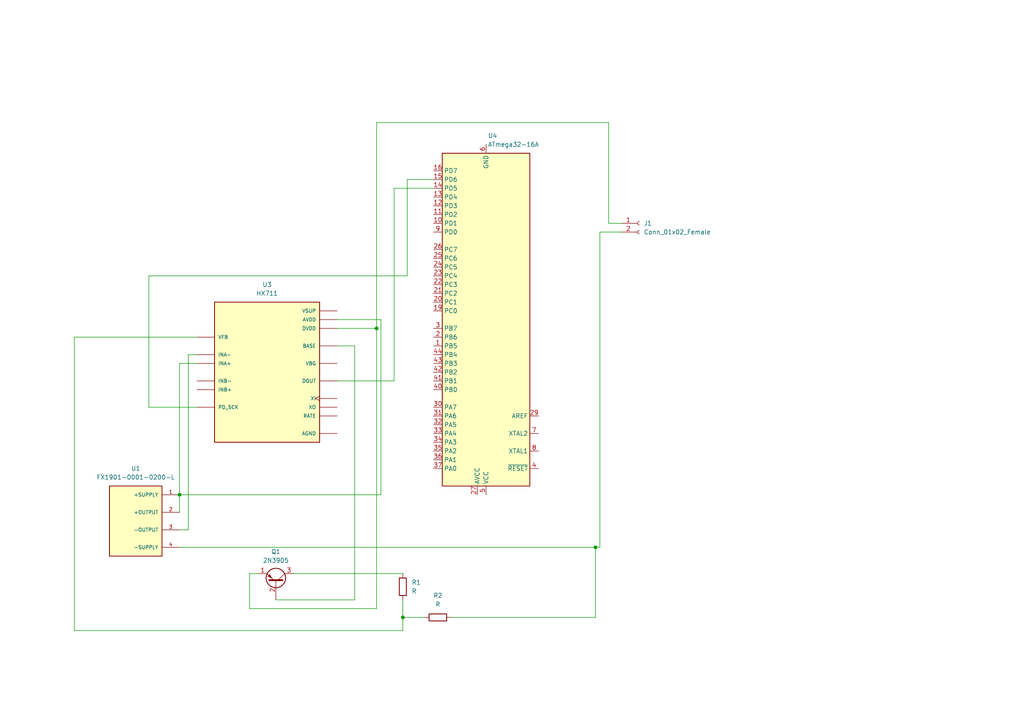
<source format=kicad_sch>
(kicad_sch (version 20211123) (generator eeschema)

  (uuid 43d4ba31-fafe-44eb-85bf-72d581320911)

  (paper "A4")

  (lib_symbols
    (symbol "Connector:Conn_01x02_Female" (pin_names (offset 1.016) hide) (in_bom yes) (on_board yes)
      (property "Reference" "J" (id 0) (at 0 2.54 0)
        (effects (font (size 1.27 1.27)))
      )
      (property "Value" "Conn_01x02_Female" (id 1) (at 0 -5.08 0)
        (effects (font (size 1.27 1.27)))
      )
      (property "Footprint" "" (id 2) (at 0 0 0)
        (effects (font (size 1.27 1.27)) hide)
      )
      (property "Datasheet" "~" (id 3) (at 0 0 0)
        (effects (font (size 1.27 1.27)) hide)
      )
      (property "ki_keywords" "connector" (id 4) (at 0 0 0)
        (effects (font (size 1.27 1.27)) hide)
      )
      (property "ki_description" "Generic connector, single row, 01x02, script generated (kicad-library-utils/schlib/autogen/connector/)" (id 5) (at 0 0 0)
        (effects (font (size 1.27 1.27)) hide)
      )
      (property "ki_fp_filters" "Connector*:*_1x??_*" (id 6) (at 0 0 0)
        (effects (font (size 1.27 1.27)) hide)
      )
      (symbol "Conn_01x02_Female_1_1"
        (arc (start 0 -2.032) (mid -0.508 -2.54) (end 0 -3.048)
          (stroke (width 0.1524) (type default) (color 0 0 0 0))
          (fill (type none))
        )
        (polyline
          (pts
            (xy -1.27 -2.54)
            (xy -0.508 -2.54)
          )
          (stroke (width 0.1524) (type default) (color 0 0 0 0))
          (fill (type none))
        )
        (polyline
          (pts
            (xy -1.27 0)
            (xy -0.508 0)
          )
          (stroke (width 0.1524) (type default) (color 0 0 0 0))
          (fill (type none))
        )
        (arc (start 0 0.508) (mid -0.508 0) (end 0 -0.508)
          (stroke (width 0.1524) (type default) (color 0 0 0 0))
          (fill (type none))
        )
        (pin passive line (at -5.08 0 0) (length 3.81)
          (name "Pin_1" (effects (font (size 1.27 1.27))))
          (number "1" (effects (font (size 1.27 1.27))))
        )
        (pin passive line (at -5.08 -2.54 0) (length 3.81)
          (name "Pin_2" (effects (font (size 1.27 1.27))))
          (number "2" (effects (font (size 1.27 1.27))))
        )
      )
    )
    (symbol "Device:R" (pin_numbers hide) (pin_names (offset 0)) (in_bom yes) (on_board yes)
      (property "Reference" "R" (id 0) (at 2.032 0 90)
        (effects (font (size 1.27 1.27)))
      )
      (property "Value" "R" (id 1) (at 0 0 90)
        (effects (font (size 1.27 1.27)))
      )
      (property "Footprint" "" (id 2) (at -1.778 0 90)
        (effects (font (size 1.27 1.27)) hide)
      )
      (property "Datasheet" "~" (id 3) (at 0 0 0)
        (effects (font (size 1.27 1.27)) hide)
      )
      (property "ki_keywords" "R res resistor" (id 4) (at 0 0 0)
        (effects (font (size 1.27 1.27)) hide)
      )
      (property "ki_description" "Resistor" (id 5) (at 0 0 0)
        (effects (font (size 1.27 1.27)) hide)
      )
      (property "ki_fp_filters" "R_*" (id 6) (at 0 0 0)
        (effects (font (size 1.27 1.27)) hide)
      )
      (symbol "R_0_1"
        (rectangle (start -1.016 -2.54) (end 1.016 2.54)
          (stroke (width 0.254) (type default) (color 0 0 0 0))
          (fill (type none))
        )
      )
      (symbol "R_1_1"
        (pin passive line (at 0 3.81 270) (length 1.27)
          (name "~" (effects (font (size 1.27 1.27))))
          (number "1" (effects (font (size 1.27 1.27))))
        )
        (pin passive line (at 0 -3.81 90) (length 1.27)
          (name "~" (effects (font (size 1.27 1.27))))
          (number "2" (effects (font (size 1.27 1.27))))
        )
      )
    )
    (symbol "FX1901-0001-0200-L:FX1901-0001-0200-L" (pin_names (offset 1.016)) (in_bom yes) (on_board yes)
      (property "Reference" "U" (id 0) (at -7.6454 10.8204 0)
        (effects (font (size 1.27 1.27)) (justify left bottom))
      )
      (property "Value" "FX1901-0001-0200-L" (id 1) (at -7.62 -12.7 0)
        (effects (font (size 1.27 1.27)) (justify left bottom))
      )
      (property "Footprint" "SENSOR_FX1901-0001-0200-L" (id 2) (at 0 0 0)
        (effects (font (size 1.27 1.27)) (justify left bottom) hide)
      )
      (property "Datasheet" "" (id 3) (at 0 0 0)
        (effects (font (size 1.27 1.27)) (justify left bottom) hide)
      )
      (property "Comment" "FX1901-0001-0200-L" (id 4) (at 0 0 0)
        (effects (font (size 1.27 1.27)) (justify left bottom) hide)
      )
      (property "ki_locked" "" (id 5) (at 0 0 0)
        (effects (font (size 1.27 1.27)))
      )
      (symbol "FX1901-0001-0200-L_0_0"
        (rectangle (start -7.62 -10.16) (end 7.62 10.16)
          (stroke (width 0.254) (type default) (color 0 0 0 0))
          (fill (type background))
        )
        (pin power_in line (at 12.7 7.62 180) (length 5.08)
          (name "+SUPPLY" (effects (font (size 1.016 1.016))))
          (number "1" (effects (font (size 1.016 1.016))))
        )
        (pin output line (at 12.7 2.54 180) (length 5.08)
          (name "+OUTPUT" (effects (font (size 1.016 1.016))))
          (number "2" (effects (font (size 1.016 1.016))))
        )
        (pin output line (at 12.7 -2.54 180) (length 5.08)
          (name "-OUTPUT" (effects (font (size 1.016 1.016))))
          (number "3" (effects (font (size 1.016 1.016))))
        )
        (pin power_in line (at 12.7 -7.62 180) (length 5.08)
          (name "-SUPPLY" (effects (font (size 1.016 1.016))))
          (number "4" (effects (font (size 1.016 1.016))))
        )
      )
    )
    (symbol "HX711:HX711" (pin_numbers hide) (pin_names (offset 1.016)) (in_bom yes) (on_board yes)
      (property "Reference" "U" (id 0) (at -15.24 22.86 0)
        (effects (font (size 1.27 1.27)) (justify left bottom))
      )
      (property "Value" "HX711" (id 1) (at -15.24 -25.4 0)
        (effects (font (size 1.27 1.27)) (justify left bottom))
      )
      (property "Footprint" "SOP127P600X180-16N" (id 2) (at 0 0 0)
        (effects (font (size 1.27 1.27)) (justify left bottom) hide)
      )
      (property "Datasheet" "" (id 3) (at 0 0 0)
        (effects (font (size 1.27 1.27)) (justify left bottom) hide)
      )
      (property "STANDARD" "IPC-7351B" (id 4) (at 0 0 0)
        (effects (font (size 1.27 1.27)) (justify left bottom) hide)
      )
      (property "PARTREV" "V2.0" (id 5) (at 0 0 0)
        (effects (font (size 1.27 1.27)) (justify left bottom) hide)
      )
      (property "SNAPEDA_PN" "HX711" (id 6) (at 0 0 0)
        (effects (font (size 1.27 1.27)) (justify left bottom) hide)
      )
      (property "MANUFACTURER" "Avia Semiconductor" (id 7) (at 0 0 0)
        (effects (font (size 1.27 1.27)) (justify left bottom) hide)
      )
      (property "MAXIMUM_PACKAGE_HEIGHT" "1.8 mm" (id 8) (at 0 0 0)
        (effects (font (size 1.27 1.27)) (justify left bottom) hide)
      )
      (property "ki_locked" "" (id 9) (at 0 0 0)
        (effects (font (size 1.27 1.27)))
      )
      (symbol "HX711_0_0"
        (rectangle (start -15.24 -20.32) (end 15.24 20.32)
          (stroke (width 0.254) (type default) (color 0 0 0 0))
          (fill (type background))
        )
        (pin power_in line (at 20.32 17.78 180) (length 5.08)
          (name "VSUP" (effects (font (size 1.016 1.016))))
          (number "1" (effects (font (size 1.016 1.016))))
        )
        (pin input line (at -20.32 -5.08 0) (length 5.08)
          (name "INB+" (effects (font (size 1.016 1.016))))
          (number "10" (effects (font (size 1.016 1.016))))
        )
        (pin input line (at -20.32 -10.16 0) (length 5.08)
          (name "PD_SCK" (effects (font (size 1.016 1.016))))
          (number "11" (effects (font (size 1.016 1.016))))
        )
        (pin output line (at 20.32 -2.54 180) (length 5.08)
          (name "DOUT" (effects (font (size 1.016 1.016))))
          (number "12" (effects (font (size 1.016 1.016))))
        )
        (pin output line (at 20.32 -10.16 180) (length 5.08)
          (name "XO" (effects (font (size 1.016 1.016))))
          (number "13" (effects (font (size 1.016 1.016))))
        )
        (pin input clock (at 20.32 -7.62 180) (length 5.08)
          (name "XI" (effects (font (size 1.016 1.016))))
          (number "14" (effects (font (size 1.016 1.016))))
        )
        (pin input line (at 20.32 -12.7 180) (length 5.08)
          (name "RATE" (effects (font (size 1.016 1.016))))
          (number "15" (effects (font (size 1.016 1.016))))
        )
        (pin power_in line (at 20.32 12.7 180) (length 5.08)
          (name "DVDD" (effects (font (size 1.016 1.016))))
          (number "16" (effects (font (size 1.016 1.016))))
        )
        (pin output line (at 20.32 7.62 180) (length 5.08)
          (name "BASE" (effects (font (size 1.016 1.016))))
          (number "2" (effects (font (size 1.016 1.016))))
        )
        (pin power_in line (at 20.32 15.24 180) (length 5.08)
          (name "AVDD" (effects (font (size 1.016 1.016))))
          (number "3" (effects (font (size 1.016 1.016))))
        )
        (pin input line (at -20.32 10.16 0) (length 5.08)
          (name "VFB" (effects (font (size 1.016 1.016))))
          (number "4" (effects (font (size 1.016 1.016))))
        )
        (pin power_in line (at 20.32 -17.78 180) (length 5.08)
          (name "AGND" (effects (font (size 1.016 1.016))))
          (number "5" (effects (font (size 1.016 1.016))))
        )
        (pin output line (at 20.32 2.54 180) (length 5.08)
          (name "VBG" (effects (font (size 1.016 1.016))))
          (number "6" (effects (font (size 1.016 1.016))))
        )
        (pin input line (at -20.32 5.08 0) (length 5.08)
          (name "INA-" (effects (font (size 1.016 1.016))))
          (number "7" (effects (font (size 1.016 1.016))))
        )
        (pin input line (at -20.32 2.54 0) (length 5.08)
          (name "INA+" (effects (font (size 1.016 1.016))))
          (number "8" (effects (font (size 1.016 1.016))))
        )
        (pin input line (at -20.32 -2.54 0) (length 5.08)
          (name "INB-" (effects (font (size 1.016 1.016))))
          (number "9" (effects (font (size 1.016 1.016))))
        )
      )
    )
    (symbol "MCU_Microchip_ATmega:ATmega32-16A" (in_bom yes) (on_board yes)
      (property "Reference" "U" (id 0) (at -12.7 49.53 0)
        (effects (font (size 1.27 1.27)) (justify left bottom))
      )
      (property "Value" "ATmega32-16A" (id 1) (at 2.54 -49.53 0)
        (effects (font (size 1.27 1.27)) (justify left top))
      )
      (property "Footprint" "Package_QFP:TQFP-44_10x10mm_P0.8mm" (id 2) (at 0 0 0)
        (effects (font (size 1.27 1.27) italic) hide)
      )
      (property "Datasheet" "http://ww1.microchip.com/downloads/en/DeviceDoc/doc2503.pdf" (id 3) (at 0 0 0)
        (effects (font (size 1.27 1.27)) hide)
      )
      (property "ki_keywords" "AVR 8bit Microcontroller MegaAVR" (id 4) (at 0 0 0)
        (effects (font (size 1.27 1.27)) hide)
      )
      (property "ki_description" "16MHz, 32kB Flash, 2kB SRAM, 1kB EEPROM, JTAG, TQFP-44" (id 5) (at 0 0 0)
        (effects (font (size 1.27 1.27)) hide)
      )
      (property "ki_fp_filters" "TQFP*10x10mm*P0.8mm*" (id 6) (at 0 0 0)
        (effects (font (size 1.27 1.27)) hide)
      )
      (symbol "ATmega32-16A_0_1"
        (rectangle (start -12.7 -48.26) (end 12.7 48.26)
          (stroke (width 0.254) (type default) (color 0 0 0 0))
          (fill (type background))
        )
      )
      (symbol "ATmega32-16A_1_1"
        (pin bidirectional line (at 15.24 7.62 180) (length 2.54)
          (name "PB5" (effects (font (size 1.27 1.27))))
          (number "1" (effects (font (size 1.27 1.27))))
        )
        (pin bidirectional line (at 15.24 -27.94 180) (length 2.54)
          (name "PD1" (effects (font (size 1.27 1.27))))
          (number "10" (effects (font (size 1.27 1.27))))
        )
        (pin bidirectional line (at 15.24 -30.48 180) (length 2.54)
          (name "PD2" (effects (font (size 1.27 1.27))))
          (number "11" (effects (font (size 1.27 1.27))))
        )
        (pin bidirectional line (at 15.24 -33.02 180) (length 2.54)
          (name "PD3" (effects (font (size 1.27 1.27))))
          (number "12" (effects (font (size 1.27 1.27))))
        )
        (pin bidirectional line (at 15.24 -35.56 180) (length 2.54)
          (name "PD4" (effects (font (size 1.27 1.27))))
          (number "13" (effects (font (size 1.27 1.27))))
        )
        (pin bidirectional line (at 15.24 -38.1 180) (length 2.54)
          (name "PD5" (effects (font (size 1.27 1.27))))
          (number "14" (effects (font (size 1.27 1.27))))
        )
        (pin bidirectional line (at 15.24 -40.64 180) (length 2.54)
          (name "PD6" (effects (font (size 1.27 1.27))))
          (number "15" (effects (font (size 1.27 1.27))))
        )
        (pin bidirectional line (at 15.24 -43.18 180) (length 2.54)
          (name "PD7" (effects (font (size 1.27 1.27))))
          (number "16" (effects (font (size 1.27 1.27))))
        )
        (pin passive line (at 0 50.8 270) (length 2.54) hide
          (name "VCC" (effects (font (size 1.27 1.27))))
          (number "17" (effects (font (size 1.27 1.27))))
        )
        (pin passive line (at 0 -50.8 90) (length 2.54) hide
          (name "GND" (effects (font (size 1.27 1.27))))
          (number "18" (effects (font (size 1.27 1.27))))
        )
        (pin bidirectional line (at 15.24 -2.54 180) (length 2.54)
          (name "PC0" (effects (font (size 1.27 1.27))))
          (number "19" (effects (font (size 1.27 1.27))))
        )
        (pin bidirectional line (at 15.24 5.08 180) (length 2.54)
          (name "PB6" (effects (font (size 1.27 1.27))))
          (number "2" (effects (font (size 1.27 1.27))))
        )
        (pin bidirectional line (at 15.24 -5.08 180) (length 2.54)
          (name "PC1" (effects (font (size 1.27 1.27))))
          (number "20" (effects (font (size 1.27 1.27))))
        )
        (pin bidirectional line (at 15.24 -7.62 180) (length 2.54)
          (name "PC2" (effects (font (size 1.27 1.27))))
          (number "21" (effects (font (size 1.27 1.27))))
        )
        (pin bidirectional line (at 15.24 -10.16 180) (length 2.54)
          (name "PC3" (effects (font (size 1.27 1.27))))
          (number "22" (effects (font (size 1.27 1.27))))
        )
        (pin bidirectional line (at 15.24 -12.7 180) (length 2.54)
          (name "PC4" (effects (font (size 1.27 1.27))))
          (number "23" (effects (font (size 1.27 1.27))))
        )
        (pin bidirectional line (at 15.24 -15.24 180) (length 2.54)
          (name "PC5" (effects (font (size 1.27 1.27))))
          (number "24" (effects (font (size 1.27 1.27))))
        )
        (pin bidirectional line (at 15.24 -17.78 180) (length 2.54)
          (name "PC6" (effects (font (size 1.27 1.27))))
          (number "25" (effects (font (size 1.27 1.27))))
        )
        (pin bidirectional line (at 15.24 -20.32 180) (length 2.54)
          (name "PC7" (effects (font (size 1.27 1.27))))
          (number "26" (effects (font (size 1.27 1.27))))
        )
        (pin power_in line (at 2.54 50.8 270) (length 2.54)
          (name "AVCC" (effects (font (size 1.27 1.27))))
          (number "27" (effects (font (size 1.27 1.27))))
        )
        (pin passive line (at 0 -50.8 90) (length 2.54) hide
          (name "GND" (effects (font (size 1.27 1.27))))
          (number "28" (effects (font (size 1.27 1.27))))
        )
        (pin passive line (at -15.24 27.94 0) (length 2.54)
          (name "AREF" (effects (font (size 1.27 1.27))))
          (number "29" (effects (font (size 1.27 1.27))))
        )
        (pin bidirectional line (at 15.24 2.54 180) (length 2.54)
          (name "PB7" (effects (font (size 1.27 1.27))))
          (number "3" (effects (font (size 1.27 1.27))))
        )
        (pin bidirectional line (at 15.24 25.4 180) (length 2.54)
          (name "PA7" (effects (font (size 1.27 1.27))))
          (number "30" (effects (font (size 1.27 1.27))))
        )
        (pin bidirectional line (at 15.24 27.94 180) (length 2.54)
          (name "PA6" (effects (font (size 1.27 1.27))))
          (number "31" (effects (font (size 1.27 1.27))))
        )
        (pin bidirectional line (at 15.24 30.48 180) (length 2.54)
          (name "PA5" (effects (font (size 1.27 1.27))))
          (number "32" (effects (font (size 1.27 1.27))))
        )
        (pin bidirectional line (at 15.24 33.02 180) (length 2.54)
          (name "PA4" (effects (font (size 1.27 1.27))))
          (number "33" (effects (font (size 1.27 1.27))))
        )
        (pin bidirectional line (at 15.24 35.56 180) (length 2.54)
          (name "PA3" (effects (font (size 1.27 1.27))))
          (number "34" (effects (font (size 1.27 1.27))))
        )
        (pin bidirectional line (at 15.24 38.1 180) (length 2.54)
          (name "PA2" (effects (font (size 1.27 1.27))))
          (number "35" (effects (font (size 1.27 1.27))))
        )
        (pin bidirectional line (at 15.24 40.64 180) (length 2.54)
          (name "PA1" (effects (font (size 1.27 1.27))))
          (number "36" (effects (font (size 1.27 1.27))))
        )
        (pin bidirectional line (at 15.24 43.18 180) (length 2.54)
          (name "PA0" (effects (font (size 1.27 1.27))))
          (number "37" (effects (font (size 1.27 1.27))))
        )
        (pin passive line (at 0 50.8 270) (length 2.54) hide
          (name "VCC" (effects (font (size 1.27 1.27))))
          (number "38" (effects (font (size 1.27 1.27))))
        )
        (pin passive line (at 0 -50.8 90) (length 2.54) hide
          (name "GND" (effects (font (size 1.27 1.27))))
          (number "39" (effects (font (size 1.27 1.27))))
        )
        (pin input line (at -15.24 43.18 0) (length 2.54)
          (name "~{RESET}" (effects (font (size 1.27 1.27))))
          (number "4" (effects (font (size 1.27 1.27))))
        )
        (pin bidirectional line (at 15.24 20.32 180) (length 2.54)
          (name "PB0" (effects (font (size 1.27 1.27))))
          (number "40" (effects (font (size 1.27 1.27))))
        )
        (pin bidirectional line (at 15.24 17.78 180) (length 2.54)
          (name "PB1" (effects (font (size 1.27 1.27))))
          (number "41" (effects (font (size 1.27 1.27))))
        )
        (pin bidirectional line (at 15.24 15.24 180) (length 2.54)
          (name "PB2" (effects (font (size 1.27 1.27))))
          (number "42" (effects (font (size 1.27 1.27))))
        )
        (pin bidirectional line (at 15.24 12.7 180) (length 2.54)
          (name "PB3" (effects (font (size 1.27 1.27))))
          (number "43" (effects (font (size 1.27 1.27))))
        )
        (pin bidirectional line (at 15.24 10.16 180) (length 2.54)
          (name "PB4" (effects (font (size 1.27 1.27))))
          (number "44" (effects (font (size 1.27 1.27))))
        )
        (pin power_in line (at 0 50.8 270) (length 2.54)
          (name "VCC" (effects (font (size 1.27 1.27))))
          (number "5" (effects (font (size 1.27 1.27))))
        )
        (pin power_in line (at 0 -50.8 90) (length 2.54)
          (name "GND" (effects (font (size 1.27 1.27))))
          (number "6" (effects (font (size 1.27 1.27))))
        )
        (pin output line (at -15.24 33.02 0) (length 2.54)
          (name "XTAL2" (effects (font (size 1.27 1.27))))
          (number "7" (effects (font (size 1.27 1.27))))
        )
        (pin input line (at -15.24 38.1 0) (length 2.54)
          (name "XTAL1" (effects (font (size 1.27 1.27))))
          (number "8" (effects (font (size 1.27 1.27))))
        )
        (pin bidirectional line (at 15.24 -25.4 180) (length 2.54)
          (name "PD0" (effects (font (size 1.27 1.27))))
          (number "9" (effects (font (size 1.27 1.27))))
        )
      )
    )
    (symbol "Transistor_BJT:2N3905" (pin_names (offset 0) hide) (in_bom yes) (on_board yes)
      (property "Reference" "Q" (id 0) (at 5.08 1.905 0)
        (effects (font (size 1.27 1.27)) (justify left))
      )
      (property "Value" "2N3905" (id 1) (at 5.08 0 0)
        (effects (font (size 1.27 1.27)) (justify left))
      )
      (property "Footprint" "Package_TO_SOT_THT:TO-92_Inline" (id 2) (at 5.08 -1.905 0)
        (effects (font (size 1.27 1.27) italic) (justify left) hide)
      )
      (property "Datasheet" "https://www.nteinc.com/specs/original/2N3905_06.pdf" (id 3) (at 0 0 0)
        (effects (font (size 1.27 1.27)) (justify left) hide)
      )
      (property "ki_keywords" "PNP Transistor" (id 4) (at 0 0 0)
        (effects (font (size 1.27 1.27)) hide)
      )
      (property "ki_description" "-0.2A Ic, -40V Vce, Small Signal PNP Transistor, TO-92" (id 5) (at 0 0 0)
        (effects (font (size 1.27 1.27)) hide)
      )
      (property "ki_fp_filters" "TO?92*" (id 6) (at 0 0 0)
        (effects (font (size 1.27 1.27)) hide)
      )
      (symbol "2N3905_0_1"
        (polyline
          (pts
            (xy 0.635 0.635)
            (xy 2.54 2.54)
          )
          (stroke (width 0) (type default) (color 0 0 0 0))
          (fill (type none))
        )
        (polyline
          (pts
            (xy 0.635 -0.635)
            (xy 2.54 -2.54)
            (xy 2.54 -2.54)
          )
          (stroke (width 0) (type default) (color 0 0 0 0))
          (fill (type none))
        )
        (polyline
          (pts
            (xy 0.635 1.905)
            (xy 0.635 -1.905)
            (xy 0.635 -1.905)
          )
          (stroke (width 0.508) (type default) (color 0 0 0 0))
          (fill (type none))
        )
        (polyline
          (pts
            (xy 2.286 -1.778)
            (xy 1.778 -2.286)
            (xy 1.27 -1.27)
            (xy 2.286 -1.778)
            (xy 2.286 -1.778)
          )
          (stroke (width 0) (type default) (color 0 0 0 0))
          (fill (type outline))
        )
        (circle (center 1.27 0) (radius 2.8194)
          (stroke (width 0.254) (type default) (color 0 0 0 0))
          (fill (type none))
        )
      )
      (symbol "2N3905_1_1"
        (pin passive line (at 2.54 -5.08 90) (length 2.54)
          (name "E" (effects (font (size 1.27 1.27))))
          (number "1" (effects (font (size 1.27 1.27))))
        )
        (pin input line (at -5.08 0 0) (length 5.715)
          (name "B" (effects (font (size 1.27 1.27))))
          (number "2" (effects (font (size 1.27 1.27))))
        )
        (pin passive line (at 2.54 5.08 270) (length 2.54)
          (name "C" (effects (font (size 1.27 1.27))))
          (number "3" (effects (font (size 1.27 1.27))))
        )
      )
    )
  )

  (junction (at 52.07 143.51) (diameter 0) (color 0 0 0 0)
    (uuid 3f6aba25-a4c0-4261-bfc7-a4b6563103ae)
  )
  (junction (at 116.84 179.07) (diameter 0) (color 0 0 0 0)
    (uuid 60452534-3a70-4101-9d76-b5827c3167ed)
  )
  (junction (at 109.22 95.25) (diameter 0) (color 0 0 0 0)
    (uuid 9bb45af0-78a9-4a35-83b5-8a538be591f5)
  )
  (junction (at 172.72 158.75) (diameter 0) (color 0 0 0 0)
    (uuid abdb7820-3d65-4826-8b14-6540c3745651)
  )

  (wire (pts (xy 172.72 158.75) (xy 173.99 158.75))
    (stroke (width 0) (type default) (color 0 0 0 0))
    (uuid 013c07a1-6125-40f4-a7c7-547675791a2f)
  )
  (wire (pts (xy 43.18 118.11) (xy 43.18 80.01))
    (stroke (width 0) (type default) (color 0 0 0 0))
    (uuid 043ad00d-4eaf-476d-ac5b-78a3d2141592)
  )
  (wire (pts (xy 125.73 54.61) (xy 114.3 54.61))
    (stroke (width 0) (type default) (color 0 0 0 0))
    (uuid 0b0d7d95-a7f4-477e-bdcb-fad654bb6dc3)
  )
  (wire (pts (xy 130.81 179.07) (xy 172.72 179.07))
    (stroke (width 0) (type default) (color 0 0 0 0))
    (uuid 1b910ff0-7425-47d2-bfbe-1b3c5a768d95)
  )
  (wire (pts (xy 52.07 143.51) (xy 110.49 143.51))
    (stroke (width 0) (type default) (color 0 0 0 0))
    (uuid 1f85feeb-232d-42e0-ab5d-b29ac1a1a706)
  )
  (wire (pts (xy 43.18 80.01) (xy 118.11 80.01))
    (stroke (width 0) (type default) (color 0 0 0 0))
    (uuid 21245573-9b6f-4c18-9cc1-29c619b24c5e)
  )
  (wire (pts (xy 109.22 95.25) (xy 109.22 176.53))
    (stroke (width 0) (type default) (color 0 0 0 0))
    (uuid 29bfdc33-a52d-4ce7-9a5c-c8e8a73535cb)
  )
  (wire (pts (xy 85.09 166.37) (xy 116.84 166.37))
    (stroke (width 0) (type default) (color 0 0 0 0))
    (uuid 32d337be-57da-4c81-8cca-0821db41c925)
  )
  (wire (pts (xy 54.61 102.87) (xy 57.15 102.87))
    (stroke (width 0) (type default) (color 0 0 0 0))
    (uuid 3ebee637-c467-4fc0-9e70-61e551c01d73)
  )
  (wire (pts (xy 173.99 67.31) (xy 173.99 158.75))
    (stroke (width 0) (type default) (color 0 0 0 0))
    (uuid 3f6c482f-a2ba-40ab-98dd-85b79b788ceb)
  )
  (wire (pts (xy 116.84 179.07) (xy 116.84 173.99))
    (stroke (width 0) (type default) (color 0 0 0 0))
    (uuid 46212c3f-c78b-4f62-94e8-1d3da0fdeefd)
  )
  (wire (pts (xy 116.84 179.07) (xy 123.19 179.07))
    (stroke (width 0) (type default) (color 0 0 0 0))
    (uuid 47cee1a5-610f-49d3-8ddb-c58ca07f2939)
  )
  (wire (pts (xy 72.39 166.37) (xy 74.93 166.37))
    (stroke (width 0) (type default) (color 0 0 0 0))
    (uuid 516814bb-2f0f-4c5f-8f3c-5f713b18f0a0)
  )
  (wire (pts (xy 102.87 173.99) (xy 80.01 173.99))
    (stroke (width 0) (type default) (color 0 0 0 0))
    (uuid 53ce0d66-e282-4b45-b710-edf28a8b2834)
  )
  (wire (pts (xy 109.22 35.56) (xy 109.22 95.25))
    (stroke (width 0) (type default) (color 0 0 0 0))
    (uuid 584b3098-44c0-4a83-a5ce-f8565457ce53)
  )
  (wire (pts (xy 114.3 54.61) (xy 114.3 110.49))
    (stroke (width 0) (type default) (color 0 0 0 0))
    (uuid 66f9379c-b2c3-427b-88c3-d06ab939f12b)
  )
  (wire (pts (xy 57.15 118.11) (xy 43.18 118.11))
    (stroke (width 0) (type default) (color 0 0 0 0))
    (uuid 67790726-6a18-4842-9f1f-d4c447a915d7)
  )
  (wire (pts (xy 110.49 92.71) (xy 97.79 92.71))
    (stroke (width 0) (type default) (color 0 0 0 0))
    (uuid 6a1ea946-7f0a-4a85-b707-c9d1c8ecadca)
  )
  (wire (pts (xy 52.07 143.51) (xy 52.07 105.41))
    (stroke (width 0) (type default) (color 0 0 0 0))
    (uuid 7349d9be-606b-4ae3-a162-b2bfdc6c3cca)
  )
  (wire (pts (xy 172.72 158.75) (xy 172.72 179.07))
    (stroke (width 0) (type default) (color 0 0 0 0))
    (uuid 7a481447-ae58-433a-8a87-7baf06830607)
  )
  (wire (pts (xy 52.07 153.67) (xy 54.61 153.67))
    (stroke (width 0) (type default) (color 0 0 0 0))
    (uuid 7ed5cac8-64d3-4a89-97e9-8515acc06970)
  )
  (wire (pts (xy 116.84 182.88) (xy 116.84 179.07))
    (stroke (width 0) (type default) (color 0 0 0 0))
    (uuid 8382cf1f-1dc5-409a-b969-2167739b38a6)
  )
  (wire (pts (xy 173.99 67.31) (xy 180.34 67.31))
    (stroke (width 0) (type default) (color 0 0 0 0))
    (uuid 84dfe325-3e8f-4787-88b7-34470acee7ec)
  )
  (wire (pts (xy 97.79 100.33) (xy 102.87 100.33))
    (stroke (width 0) (type default) (color 0 0 0 0))
    (uuid 89b36575-7974-4a98-84d1-e2eba040aaaf)
  )
  (wire (pts (xy 176.53 64.77) (xy 180.34 64.77))
    (stroke (width 0) (type default) (color 0 0 0 0))
    (uuid 8b94bb3b-d1e9-48bb-8010-f78ae6bb2328)
  )
  (wire (pts (xy 109.22 176.53) (xy 72.39 176.53))
    (stroke (width 0) (type default) (color 0 0 0 0))
    (uuid 8bbf3b9d-687f-4f3d-9a76-848b56a1f2b5)
  )
  (wire (pts (xy 118.11 80.01) (xy 118.11 52.07))
    (stroke (width 0) (type default) (color 0 0 0 0))
    (uuid 940a2228-57fa-4fb9-a5a1-5f1edee9062b)
  )
  (wire (pts (xy 110.49 143.51) (xy 110.49 92.71))
    (stroke (width 0) (type default) (color 0 0 0 0))
    (uuid 94f5cc17-c16a-4d2f-afe1-08ae649c5103)
  )
  (wire (pts (xy 21.59 182.88) (xy 116.84 182.88))
    (stroke (width 0) (type default) (color 0 0 0 0))
    (uuid 9e951a04-d931-4f7a-886c-db975811f31e)
  )
  (wire (pts (xy 176.53 35.56) (xy 176.53 64.77))
    (stroke (width 0) (type default) (color 0 0 0 0))
    (uuid 9fc96065-e330-4f49-89b1-48a8078a11f5)
  )
  (wire (pts (xy 57.15 97.79) (xy 21.59 97.79))
    (stroke (width 0) (type default) (color 0 0 0 0))
    (uuid ab59d309-9202-4b54-82f2-4076c44fc2ce)
  )
  (wire (pts (xy 54.61 153.67) (xy 54.61 102.87))
    (stroke (width 0) (type default) (color 0 0 0 0))
    (uuid b41d0a49-948c-4bc6-a9d8-dcd80b52c333)
  )
  (wire (pts (xy 109.22 35.56) (xy 176.53 35.56))
    (stroke (width 0) (type default) (color 0 0 0 0))
    (uuid bae4f7ed-3e36-479d-9dbf-2d9fe5aa314e)
  )
  (wire (pts (xy 114.3 110.49) (xy 97.79 110.49))
    (stroke (width 0) (type default) (color 0 0 0 0))
    (uuid baeae4f0-bc81-47e2-9455-8a637d3bfe07)
  )
  (wire (pts (xy 52.07 148.59) (xy 52.07 143.51))
    (stroke (width 0) (type default) (color 0 0 0 0))
    (uuid bbdee296-e2c6-4561-ba9a-8041d73f00dd)
  )
  (wire (pts (xy 52.07 105.41) (xy 57.15 105.41))
    (stroke (width 0) (type default) (color 0 0 0 0))
    (uuid bc2c2b2e-cec8-4df9-be33-b6f1244644a2)
  )
  (wire (pts (xy 72.39 176.53) (xy 72.39 166.37))
    (stroke (width 0) (type default) (color 0 0 0 0))
    (uuid d7da0544-7973-41ff-aa2a-76b14e60b5ee)
  )
  (wire (pts (xy 52.07 158.75) (xy 172.72 158.75))
    (stroke (width 0) (type default) (color 0 0 0 0))
    (uuid d7dfb618-d0ab-4602-95dd-a01aa9c39b4c)
  )
  (wire (pts (xy 21.59 97.79) (xy 21.59 182.88))
    (stroke (width 0) (type default) (color 0 0 0 0))
    (uuid de355d9f-42fa-443a-b8fd-84a8abd0acae)
  )
  (wire (pts (xy 118.11 52.07) (xy 125.73 52.07))
    (stroke (width 0) (type default) (color 0 0 0 0))
    (uuid eb16d37d-5964-43ff-8b27-b5609de503c4)
  )
  (wire (pts (xy 102.87 100.33) (xy 102.87 173.99))
    (stroke (width 0) (type default) (color 0 0 0 0))
    (uuid f6c14bd2-5e14-46cb-9bba-46104c186489)
  )
  (wire (pts (xy 109.22 95.25) (xy 97.79 95.25))
    (stroke (width 0) (type default) (color 0 0 0 0))
    (uuid f8860ed2-1546-472c-b036-c5b11ccdb263)
  )

  (symbol (lib_id "Transistor_BJT:2N3905") (at 80.01 168.91 270) (mirror x) (unit 1)
    (in_bom yes) (on_board yes) (fields_autoplaced)
    (uuid 18efff5d-e1fb-4fe3-a487-57a9a8937099)
    (property "Reference" "Q1" (id 0) (at 80.01 160.02 90))
    (property "Value" "2N3905" (id 1) (at 80.01 162.56 90))
    (property "Footprint" "Package_TO_SOT_THT:TO-92_Inline" (id 2) (at 78.105 163.83 0)
      (effects (font (size 1.27 1.27) italic) (justify left) hide)
    )
    (property "Datasheet" "https://www.nteinc.com/specs/original/2N3905_06.pdf" (id 3) (at 80.01 168.91 0)
      (effects (font (size 1.27 1.27)) (justify left) hide)
    )
    (pin "1" (uuid 4ec71a26-3326-456b-a2fe-e6b7ebf97aa7))
    (pin "2" (uuid 34ccb60e-f6b6-4b66-a602-5717c3c7eadb))
    (pin "3" (uuid 97bf824f-1800-4ab8-9f15-1483f1de4d78))
  )

  (symbol (lib_id "Device:R") (at 116.84 170.18 0) (unit 1)
    (in_bom yes) (on_board yes) (fields_autoplaced)
    (uuid 506ba3c5-b546-4540-8e37-2783fe97ac32)
    (property "Reference" "R1" (id 0) (at 119.38 168.9099 0)
      (effects (font (size 1.27 1.27)) (justify left))
    )
    (property "Value" "R" (id 1) (at 119.38 171.4499 0)
      (effects (font (size 1.27 1.27)) (justify left))
    )
    (property "Footprint" "Resistor_THT:R_Axial_DIN0204_L3.6mm_D1.6mm_P5.08mm_Horizontal" (id 2) (at 115.062 170.18 90)
      (effects (font (size 1.27 1.27)) hide)
    )
    (property "Datasheet" "~" (id 3) (at 116.84 170.18 0)
      (effects (font (size 1.27 1.27)) hide)
    )
    (pin "1" (uuid 7c82bd6e-b90a-4ffa-a1cd-b01e90be5221))
    (pin "2" (uuid 035ea247-f847-4f7f-9f15-925e853acf5e))
  )

  (symbol (lib_id "MCU_Microchip_ATmega:ATmega32-16A") (at 140.97 92.71 180) (unit 1)
    (in_bom yes) (on_board yes) (fields_autoplaced)
    (uuid 95c1df99-bcbe-4ae1-8ecd-9e9b2b6508f9)
    (property "Reference" "U4" (id 0) (at 141.4906 39.37 0)
      (effects (font (size 1.27 1.27)) (justify right))
    )
    (property "Value" "ATmega32-16A" (id 1) (at 141.4906 41.91 0)
      (effects (font (size 1.27 1.27)) (justify right))
    )
    (property "Footprint" "Package_QFP:TQFP-44_10x10mm_P0.8mm" (id 2) (at 140.97 92.71 0)
      (effects (font (size 1.27 1.27) italic) hide)
    )
    (property "Datasheet" "http://ww1.microchip.com/downloads/en/DeviceDoc/doc2503.pdf" (id 3) (at 140.97 92.71 0)
      (effects (font (size 1.27 1.27)) hide)
    )
    (pin "1" (uuid b0086783-70b4-411d-affe-9df80c9f4931))
    (pin "10" (uuid 3f63c45d-3a22-4722-8a52-2537f07235fb))
    (pin "11" (uuid 8f1f14a2-5664-488f-8a95-75bbeef092b6))
    (pin "12" (uuid 8c942bb2-b406-4cd1-87c7-f9c9fd09c488))
    (pin "13" (uuid c3dc9304-914e-4e07-9584-d5a606fb39dc))
    (pin "14" (uuid 82ee5851-71c7-420a-ba46-57a89dad8dac))
    (pin "15" (uuid 5e9838fd-0279-4bc8-89a9-32ae55816fc7))
    (pin "16" (uuid 49300b56-ab45-4d48-9182-04bb68181265))
    (pin "17" (uuid 2dcb1879-c82f-4d39-8af2-15de489f8744))
    (pin "18" (uuid cc79786c-cd80-45cb-9895-c7703927d93f))
    (pin "19" (uuid a904926d-b9aa-458f-aea2-e72f7f79c0f8))
    (pin "2" (uuid 732b58a7-1a3e-42bf-9249-c75d217008ff))
    (pin "20" (uuid b000420e-13b9-4861-ac57-434c9081ade3))
    (pin "21" (uuid 2e6fcf9b-efa1-492a-ae9a-5d536aec9375))
    (pin "22" (uuid ff6b3da8-8f08-4072-872f-e7131784a221))
    (pin "23" (uuid 7b0e573d-d980-40e3-971e-786b7c6d544f))
    (pin "24" (uuid 3e31c102-1288-4038-8ba0-345d0182cd45))
    (pin "25" (uuid daf74a2b-8d44-4b1c-a6f3-ad0f0f00a997))
    (pin "26" (uuid 0a761c4d-7013-4694-8104-12db4454ed10))
    (pin "27" (uuid b513e4d7-2db8-43bc-b44d-9147cbff4656))
    (pin "28" (uuid 5d190916-ade5-4b33-9f42-69665d32ecad))
    (pin "29" (uuid 238b164a-12db-44cc-9dac-51c4e8af513f))
    (pin "3" (uuid e8d53760-96db-4486-8140-37c6fbc13a61))
    (pin "30" (uuid 8fdbb84d-2435-4450-a201-51d6188be532))
    (pin "31" (uuid 7be361de-4a04-44c2-9ad0-46e389d5eeb2))
    (pin "32" (uuid fc533c8d-90cc-40a3-9e76-a3c402a3d6b7))
    (pin "33" (uuid f3fd2bef-7c78-4b6c-a175-e2a9ee7ca32a))
    (pin "34" (uuid 8a750394-6342-496b-bad5-ffed76bd1dc7))
    (pin "35" (uuid bf98a652-1117-4e58-9b17-de1a64811e7e))
    (pin "36" (uuid f38971ed-a113-497a-b7e9-8dda1d25bf6d))
    (pin "37" (uuid a30f5a37-4ab5-43e7-85fe-acb8c811c54d))
    (pin "38" (uuid 0e37e2c0-98a0-4a7a-a9bf-bb24678d3881))
    (pin "39" (uuid 772c4464-3094-4a06-8bbf-5e5be9620080))
    (pin "4" (uuid a562d4de-32b6-440e-8768-98d302afcae3))
    (pin "40" (uuid 3180af4e-67bd-4ed5-b1dd-a093309f362a))
    (pin "41" (uuid 8d77ef02-38da-4dc6-913b-68a80348506b))
    (pin "42" (uuid b391c12b-bccb-43fe-9a29-84b85cb2359f))
    (pin "43" (uuid 3b8f76b5-554d-4bcb-a0ae-20b2f0edb52d))
    (pin "44" (uuid 8a1087f9-9e93-47da-b9c6-182a8a10d496))
    (pin "5" (uuid 1b1eb37c-bdb8-4ff4-802c-143f39501668))
    (pin "6" (uuid c5b93680-d96c-4a02-92be-1dc3fed4b1c6))
    (pin "7" (uuid 2f451dfd-49a5-4e6c-b1ff-35ef07c8741e))
    (pin "8" (uuid 97f94eaf-25dd-43da-a698-15b894d3b5f4))
    (pin "9" (uuid 94303690-adf6-49f2-8e7e-fa44a9dee458))
  )

  (symbol (lib_id "FX1901-0001-0200-L:FX1901-0001-0200-L") (at 39.37 151.13 0) (unit 1)
    (in_bom yes) (on_board yes) (fields_autoplaced)
    (uuid a7ac3589-dfbf-4285-a1f1-ae320cb9b20f)
    (property "Reference" "U1" (id 0) (at 39.37 135.89 0))
    (property "Value" "FX1901-0001-0200-L" (id 1) (at 39.37 138.43 0))
    (property "Footprint" "FX1901-0001-0200-L:SENSOR_FX1901-0001-0200-L" (id 2) (at 39.37 151.13 0)
      (effects (font (size 1.27 1.27)) (justify left bottom) hide)
    )
    (property "Datasheet" "" (id 3) (at 39.37 151.13 0)
      (effects (font (size 1.27 1.27)) (justify left bottom) hide)
    )
    (property "Comment" "FX1901-0001-0200-L" (id 4) (at 39.37 151.13 0)
      (effects (font (size 1.27 1.27)) (justify left bottom) hide)
    )
    (pin "1" (uuid 8f542e50-45d0-4ca7-9eb7-d38e6f0f477c))
    (pin "2" (uuid a1a3e67b-5f3a-4dc9-9d68-41fd6e37019d))
    (pin "3" (uuid 84f3d055-f153-46b4-b99c-4e5777d4fb5f))
    (pin "4" (uuid cff6a606-83ec-4a16-bfcd-07d9fbe16338))
  )

  (symbol (lib_id "Connector:Conn_01x02_Female") (at 185.42 64.77 0) (unit 1)
    (in_bom yes) (on_board yes) (fields_autoplaced)
    (uuid aa5b95fb-7b11-49b8-923b-51d8eedfee6c)
    (property "Reference" "J1" (id 0) (at 186.69 64.7699 0)
      (effects (font (size 1.27 1.27)) (justify left))
    )
    (property "Value" "Conn_01x02_Female" (id 1) (at 186.69 67.3099 0)
      (effects (font (size 1.27 1.27)) (justify left))
    )
    (property "Footprint" "Connector_Stocko:Stocko_MKS_1651-6-0-202_1x2_P2.50mm_Vertical" (id 2) (at 185.42 64.77 0)
      (effects (font (size 1.27 1.27)) hide)
    )
    (property "Datasheet" "~" (id 3) (at 185.42 64.77 0)
      (effects (font (size 1.27 1.27)) hide)
    )
    (pin "1" (uuid 5612db20-1bc6-452e-9d8a-1faf1924d30e))
    (pin "2" (uuid 4b492d57-df78-4a39-b6d5-fea6943b0cba))
  )

  (symbol (lib_id "HX711:HX711") (at 77.47 107.95 0) (unit 1)
    (in_bom yes) (on_board yes) (fields_autoplaced)
    (uuid b0881c20-0c48-4d32-be28-78efdab0bcbc)
    (property "Reference" "U3" (id 0) (at 77.47 82.55 0))
    (property "Value" "HX711" (id 1) (at 77.47 85.09 0))
    (property "Footprint" "HX711:SOP127P600X180-16N" (id 2) (at 77.47 107.95 0)
      (effects (font (size 1.27 1.27)) (justify left bottom) hide)
    )
    (property "Datasheet" "" (id 3) (at 77.47 107.95 0)
      (effects (font (size 1.27 1.27)) (justify left bottom) hide)
    )
    (property "STANDARD" "IPC-7351B" (id 4) (at 77.47 107.95 0)
      (effects (font (size 1.27 1.27)) (justify left bottom) hide)
    )
    (property "PARTREV" "V2.0" (id 5) (at 77.47 107.95 0)
      (effects (font (size 1.27 1.27)) (justify left bottom) hide)
    )
    (property "SNAPEDA_PN" "HX711" (id 6) (at 77.47 107.95 0)
      (effects (font (size 1.27 1.27)) (justify left bottom) hide)
    )
    (property "MANUFACTURER" "Avia Semiconductor" (id 7) (at 77.47 107.95 0)
      (effects (font (size 1.27 1.27)) (justify left bottom) hide)
    )
    (property "MAXIMUM_PACKAGE_HEIGHT" "1.8 mm" (id 8) (at 77.47 107.95 0)
      (effects (font (size 1.27 1.27)) (justify left bottom) hide)
    )
    (pin "1" (uuid b1e4df23-f09e-40be-94c4-af100ec55fc1))
    (pin "10" (uuid b11dadcc-e960-4b41-ba1e-a7a559933390))
    (pin "11" (uuid fab795e6-babf-455d-9d2b-91eb4cea2a1d))
    (pin "12" (uuid c9855d8d-df69-4a6f-bbfc-084320733d5b))
    (pin "13" (uuid 4a0fd4a6-7886-4eaa-8046-333b3ad35c5b))
    (pin "14" (uuid ad599bd5-ac10-4c19-89f0-5f838094ba44))
    (pin "15" (uuid f894ba09-aad8-45ec-9eb1-c4e75a5c33cb))
    (pin "16" (uuid 95be52b6-ae8b-4799-b9c1-4eb911a51d25))
    (pin "2" (uuid 3af56401-58a1-4f21-9ff8-dd941e6cc544))
    (pin "3" (uuid 226cc1a5-4143-4923-98ac-5df3bac5a840))
    (pin "4" (uuid e9567455-69be-4038-b544-26e30d84390f))
    (pin "5" (uuid 501e87e6-c542-485e-a4c6-8b66cbaa2c48))
    (pin "6" (uuid 9f5618da-8e7c-487f-bbc2-6d03b5b42303))
    (pin "7" (uuid eade43f9-09f1-4427-9334-837f0e80e5e2))
    (pin "8" (uuid ab795422-59f8-45ef-a4a9-4fb3f333cea4))
    (pin "9" (uuid 4a5354b0-68d0-42f2-b434-109ce15bf1c3))
  )

  (symbol (lib_id "Device:R") (at 127 179.07 90) (unit 1)
    (in_bom yes) (on_board yes) (fields_autoplaced)
    (uuid ba0ed43b-b196-4525-8b5a-f925a786230a)
    (property "Reference" "R2" (id 0) (at 127 172.72 90))
    (property "Value" "R" (id 1) (at 127 175.26 90))
    (property "Footprint" "Resistor_THT:R_Axial_DIN0204_L3.6mm_D1.6mm_P5.08mm_Horizontal" (id 2) (at 127 180.848 90)
      (effects (font (size 1.27 1.27)) hide)
    )
    (property "Datasheet" "~" (id 3) (at 127 179.07 0)
      (effects (font (size 1.27 1.27)) hide)
    )
    (pin "1" (uuid 36737340-fcc3-4bcc-bcd9-7edc2161d874))
    (pin "2" (uuid a7ad87e2-b894-4863-b69e-1cdae22fbf44))
  )

  (sheet_instances
    (path "/" (page "1"))
  )

  (symbol_instances
    (path "/aa5b95fb-7b11-49b8-923b-51d8eedfee6c"
      (reference "J1") (unit 1) (value "Conn_01x02_Female") (footprint "Connector_Stocko:Stocko_MKS_1651-6-0-202_1x2_P2.50mm_Vertical")
    )
    (path "/18efff5d-e1fb-4fe3-a487-57a9a8937099"
      (reference "Q1") (unit 1) (value "2N3905") (footprint "Package_TO_SOT_THT:TO-92_Inline")
    )
    (path "/506ba3c5-b546-4540-8e37-2783fe97ac32"
      (reference "R1") (unit 1) (value "R") (footprint "Resistor_THT:R_Axial_DIN0204_L3.6mm_D1.6mm_P5.08mm_Horizontal")
    )
    (path "/ba0ed43b-b196-4525-8b5a-f925a786230a"
      (reference "R2") (unit 1) (value "R") (footprint "Resistor_THT:R_Axial_DIN0204_L3.6mm_D1.6mm_P5.08mm_Horizontal")
    )
    (path "/a7ac3589-dfbf-4285-a1f1-ae320cb9b20f"
      (reference "U1") (unit 1) (value "FX1901-0001-0200-L") (footprint "FX1901-0001-0200-L:SENSOR_FX1901-0001-0200-L")
    )
    (path "/b0881c20-0c48-4d32-be28-78efdab0bcbc"
      (reference "U3") (unit 1) (value "HX711") (footprint "HX711:SOP127P600X180-16N")
    )
    (path "/95c1df99-bcbe-4ae1-8ecd-9e9b2b6508f9"
      (reference "U4") (unit 1) (value "ATmega32-16A") (footprint "Package_QFP:TQFP-44_10x10mm_P0.8mm")
    )
  )
)

</source>
